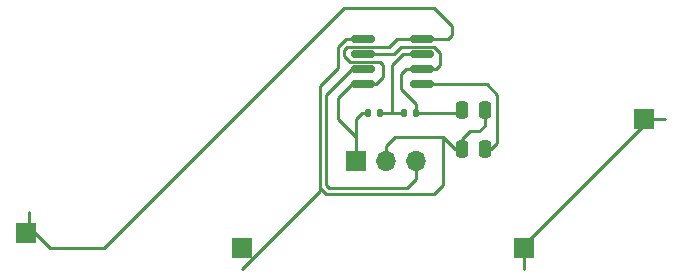
<source format=gbr>
%TF.GenerationSoftware,KiCad,Pcbnew,(6.0.8)*%
%TF.CreationDate,2022-10-18T22:39:30+02:00*%
%TF.ProjectId,test_project_1,74657374-5f70-4726-9f6a-6563745f312e,rev?*%
%TF.SameCoordinates,Original*%
%TF.FileFunction,Copper,L1,Top*%
%TF.FilePolarity,Positive*%
%FSLAX46Y46*%
G04 Gerber Fmt 4.6, Leading zero omitted, Abs format (unit mm)*
G04 Created by KiCad (PCBNEW (6.0.8)) date 2022-10-18 22:39:30*
%MOMM*%
%LPD*%
G01*
G04 APERTURE LIST*
G04 Aperture macros list*
%AMRoundRect*
0 Rectangle with rounded corners*
0 $1 Rounding radius*
0 $2 $3 $4 $5 $6 $7 $8 $9 X,Y pos of 4 corners*
0 Add a 4 corners polygon primitive as box body*
4,1,4,$2,$3,$4,$5,$6,$7,$8,$9,$2,$3,0*
0 Add four circle primitives for the rounded corners*
1,1,$1+$1,$2,$3*
1,1,$1+$1,$4,$5*
1,1,$1+$1,$6,$7*
1,1,$1+$1,$8,$9*
0 Add four rect primitives between the rounded corners*
20,1,$1+$1,$2,$3,$4,$5,0*
20,1,$1+$1,$4,$5,$6,$7,0*
20,1,$1+$1,$6,$7,$8,$9,0*
20,1,$1+$1,$8,$9,$2,$3,0*%
G04 Aperture macros list end*
%TA.AperFunction,ComponentPad*%
%ADD10R,1.700000X1.700000*%
%TD*%
%TA.AperFunction,SMDPad,CuDef*%
%ADD11RoundRect,0.150000X-0.825000X-0.150000X0.825000X-0.150000X0.825000X0.150000X-0.825000X0.150000X0*%
%TD*%
%TA.AperFunction,SMDPad,CuDef*%
%ADD12RoundRect,0.135000X-0.135000X-0.185000X0.135000X-0.185000X0.135000X0.185000X-0.135000X0.185000X0*%
%TD*%
%TA.AperFunction,ComponentPad*%
%ADD13O,1.700000X1.700000*%
%TD*%
%TA.AperFunction,SMDPad,CuDef*%
%ADD14RoundRect,0.250000X0.250000X0.475000X-0.250000X0.475000X-0.250000X-0.475000X0.250000X-0.475000X0*%
%TD*%
%TA.AperFunction,SMDPad,CuDef*%
%ADD15RoundRect,0.250000X-0.250000X-0.475000X0.250000X-0.475000X0.250000X0.475000X-0.250000X0.475000X0*%
%TD*%
%TA.AperFunction,Conductor*%
%ADD16C,0.250000*%
%TD*%
G04 APERTURE END LIST*
D10*
%TO.P,J_N7,1,Pin_1*%
%TO.N,Net-(J_P8-Pad1)*%
X159004000Y-95504000D03*
%TD*%
%TO.P,J_N1,1,Pin_1*%
%TO.N,GND*%
X124968000Y-106426000D03*
%TD*%
%TO.P,J_P2,1,Pin_1*%
%TO.N,+12V*%
X106680000Y-105156000D03*
%TD*%
%TO.P,J_P8,1,Pin_1*%
%TO.N,Net-(J_P8-Pad1)*%
X148844000Y-106426000D03*
%TD*%
D11*
%TO.P,U1,1,GND*%
%TO.N,GND*%
X135193000Y-88771000D03*
%TO.P,U1,2,TR*%
%TO.N,Net-(C1-Pad1)*%
X135193000Y-90041000D03*
%TO.P,U1,3,Q*%
%TO.N,Net-(J1-Pad3)*%
X135193000Y-91311000D03*
%TO.P,U1,4,R*%
%TO.N,+12V*%
X135193000Y-92581000D03*
%TO.P,U1,5,CV*%
%TO.N,Net-(C2-Pad1)*%
X140143000Y-92581000D03*
%TO.P,U1,6,THR*%
%TO.N,Net-(C1-Pad1)*%
X140143000Y-91311000D03*
%TO.P,U1,7,DIS*%
%TO.N,Net-(RA1-Pad2)*%
X140143000Y-90041000D03*
%TO.P,U1,8,VCC*%
%TO.N,+12V*%
X140143000Y-88771000D03*
%TD*%
D12*
%TO.P,RB1,1*%
%TO.N,Net-(RA1-Pad2)*%
X138682000Y-94996000D03*
%TO.P,RB1,2*%
%TO.N,Net-(C1-Pad1)*%
X139702000Y-94996000D03*
%TD*%
%TO.P,RA1,2*%
%TO.N,Net-(RA1-Pad2)*%
X136654000Y-94996000D03*
%TO.P,RA1,1*%
%TO.N,+12V*%
X135634000Y-94996000D03*
%TD*%
D13*
%TO.P,J1,3,Pin_3*%
%TO.N,Net-(J1-Pad3)*%
X139700000Y-99060000D03*
%TO.P,J1,2,Pin_2*%
%TO.N,GND*%
X137160000Y-99060000D03*
D10*
%TO.P,J1,1,Pin_1*%
%TO.N,+12V*%
X134620000Y-99060000D03*
%TD*%
D14*
%TO.P,C2,1*%
%TO.N,Net-(C2-Pad1)*%
X145476000Y-98044000D03*
%TO.P,C2,2*%
%TO.N,GND*%
X143576000Y-98044000D03*
%TD*%
D15*
%TO.P,C1,1*%
%TO.N,Net-(C1-Pad1)*%
X143576000Y-94742000D03*
%TO.P,C1,2*%
%TO.N,GND*%
X145476000Y-94742000D03*
%TD*%
D16*
%TO.N,Net-(J_P8-Pad1)*%
X159512000Y-95504000D02*
X160782000Y-95504000D01*
X148844000Y-106172000D02*
X159512000Y-95504000D01*
X148844000Y-108204000D02*
X148844000Y-106172000D01*
%TO.N,GND*%
X124968000Y-108204000D02*
X131572000Y-101600000D01*
X131572000Y-100584000D02*
X131572000Y-92710000D01*
X131572000Y-101600000D02*
X131572000Y-100584000D01*
X131572000Y-101346000D02*
X131572000Y-100584000D01*
%TO.N,+12V*%
X142369000Y-88771000D02*
X140143000Y-88771000D01*
X142748000Y-88392000D02*
X142369000Y-88771000D01*
X133604000Y-86106000D02*
X141224000Y-86106000D01*
X142748000Y-87630000D02*
X142748000Y-88392000D01*
X113284000Y-106426000D02*
X133604000Y-86106000D01*
X108712000Y-106426000D02*
X113284000Y-106426000D01*
X141224000Y-86106000D02*
X142748000Y-87630000D01*
X106934000Y-104648000D02*
X108712000Y-106426000D01*
X106934000Y-103378000D02*
X106934000Y-104648000D01*
%TO.N,GND*%
X133733000Y-88771000D02*
X135193000Y-88771000D01*
X133096000Y-89408000D02*
X133733000Y-88771000D01*
X133096000Y-91186000D02*
X133096000Y-89408000D01*
X131572000Y-92710000D02*
X133096000Y-91186000D01*
X132080000Y-101854000D02*
X131572000Y-101346000D01*
X141224000Y-101854000D02*
X132080000Y-101854000D01*
X141986000Y-101092000D02*
X141224000Y-101854000D01*
X141986000Y-97028000D02*
X141986000Y-101092000D01*
%TO.N,+12V*%
X138051000Y-88771000D02*
X140143000Y-88771000D01*
X137414000Y-89408000D02*
X138051000Y-88771000D01*
X133858000Y-89408000D02*
X137414000Y-89408000D01*
X134112000Y-90678000D02*
X133604000Y-90170000D01*
X136906000Y-91948000D02*
X136906000Y-90932000D01*
X133604000Y-89662000D02*
X133858000Y-89408000D01*
X136273000Y-92581000D02*
X136906000Y-91948000D01*
X136906000Y-90932000D02*
X136652000Y-90678000D01*
X136652000Y-90678000D02*
X134112000Y-90678000D01*
X135193000Y-92581000D02*
X136273000Y-92581000D01*
X133604000Y-90170000D02*
X133604000Y-89662000D01*
%TO.N,Net-(C1-Pad1)*%
X137797000Y-90041000D02*
X135193000Y-90041000D01*
X138430000Y-89408000D02*
X137797000Y-90041000D01*
X141224000Y-89408000D02*
X138430000Y-89408000D01*
X141732000Y-89916000D02*
X141224000Y-89408000D01*
X141732000Y-90932000D02*
X141732000Y-89916000D01*
X141353000Y-91311000D02*
X141732000Y-90932000D01*
X140143000Y-91311000D02*
X141353000Y-91311000D01*
%TO.N,Net-(RA1-Pad2)*%
X138559000Y-90041000D02*
X140143000Y-90041000D01*
X137668000Y-90932000D02*
X138559000Y-90041000D01*
X137668000Y-94996000D02*
X137668000Y-90932000D01*
X137668000Y-94996000D02*
X138682000Y-94996000D01*
X136654000Y-94996000D02*
X137668000Y-94996000D01*
%TO.N,Net-(C2-Pad1)*%
X145667000Y-92581000D02*
X140143000Y-92581000D01*
X146558000Y-93472000D02*
X145667000Y-92581000D01*
X146558000Y-97536000D02*
X146558000Y-93472000D01*
X146050000Y-98044000D02*
X146558000Y-97536000D01*
X145476000Y-98044000D02*
X146050000Y-98044000D01*
%TO.N,Net-(C1-Pad1)*%
X139702000Y-94236000D02*
X138430000Y-92964000D01*
X138430000Y-92964000D02*
X138430000Y-91690000D01*
X138430000Y-91690000D02*
X138809000Y-91311000D01*
X139702000Y-94996000D02*
X139702000Y-94236000D01*
%TO.N,Net-(J1-Pad3)*%
X134241000Y-91311000D02*
X135193000Y-91311000D01*
X132080000Y-93472000D02*
X134241000Y-91311000D01*
X132080000Y-101092000D02*
X132080000Y-93472000D01*
X132334000Y-101346000D02*
X132080000Y-101092000D01*
X138938000Y-101346000D02*
X132334000Y-101346000D01*
X139700000Y-100584000D02*
X138938000Y-101346000D01*
X139700000Y-99060000D02*
X139700000Y-100584000D01*
%TO.N,GND*%
X137160000Y-97790000D02*
X137160000Y-99060000D01*
X137922000Y-97028000D02*
X137160000Y-97790000D01*
X141986000Y-97028000D02*
X137922000Y-97028000D01*
X143002000Y-98044000D02*
X141986000Y-97028000D01*
X143576000Y-98044000D02*
X143002000Y-98044000D01*
X145476000Y-96078000D02*
X145476000Y-94996000D01*
X145034000Y-96520000D02*
X145476000Y-96078000D01*
X144272000Y-96520000D02*
X145034000Y-96520000D01*
X143576000Y-98044000D02*
X143576000Y-97216000D01*
X143576000Y-97216000D02*
X144272000Y-96520000D01*
%TO.N,Net-(C1-Pad1)*%
X140143000Y-91311000D02*
X138809000Y-91311000D01*
X141986000Y-94996000D02*
X143576000Y-94996000D01*
X139702000Y-94996000D02*
X141986000Y-94996000D01*
%TO.N,+12V*%
X134620000Y-95504000D02*
X135128000Y-94996000D01*
X134620000Y-97028000D02*
X134620000Y-95504000D01*
X135128000Y-94996000D02*
X135634000Y-94996000D01*
X133096000Y-95504000D02*
X133096000Y-93726000D01*
X134620000Y-97028000D02*
X133096000Y-95504000D01*
X134620000Y-99060000D02*
X134620000Y-97028000D01*
X133096000Y-93726000D02*
X134241000Y-92581000D01*
X134241000Y-92581000D02*
X135193000Y-92581000D01*
%TD*%
M02*

</source>
